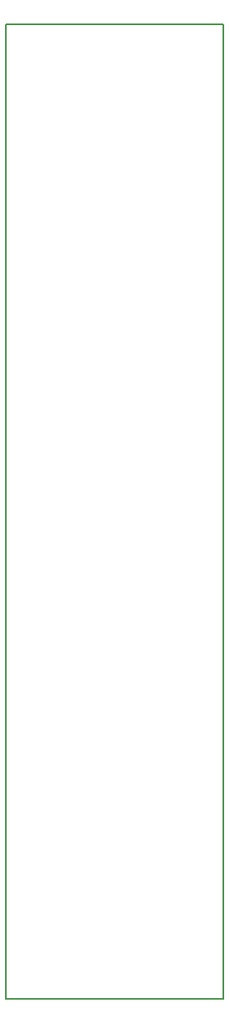
<source format=gm1>
G04 #@! TF.GenerationSoftware,KiCad,Pcbnew,(5.1.6)-1*
G04 #@! TF.CreationDate,2021-08-10T23:40:34-03:00*
G04 #@! TF.ProjectId,TPH_Logger,5450485f-4c6f-4676-9765-722e6b696361,rev?*
G04 #@! TF.SameCoordinates,Original*
G04 #@! TF.FileFunction,Profile,NP*
%FSLAX46Y46*%
G04 Gerber Fmt 4.6, Leading zero omitted, Abs format (unit mm)*
G04 Created by KiCad (PCBNEW (5.1.6)-1) date 2021-08-10 23:40:34*
%MOMM*%
%LPD*%
G01*
G04 APERTURE LIST*
G04 #@! TA.AperFunction,Profile*
%ADD10C,0.150000*%
G04 #@! TD*
G04 APERTURE END LIST*
D10*
X123500000Y-139300000D02*
X123500000Y-40875000D01*
X145500000Y-139300000D02*
X123500000Y-139300000D01*
X145500000Y-40875000D02*
X145500000Y-139300000D01*
X123500000Y-40875000D02*
X145500000Y-40875000D01*
M02*

</source>
